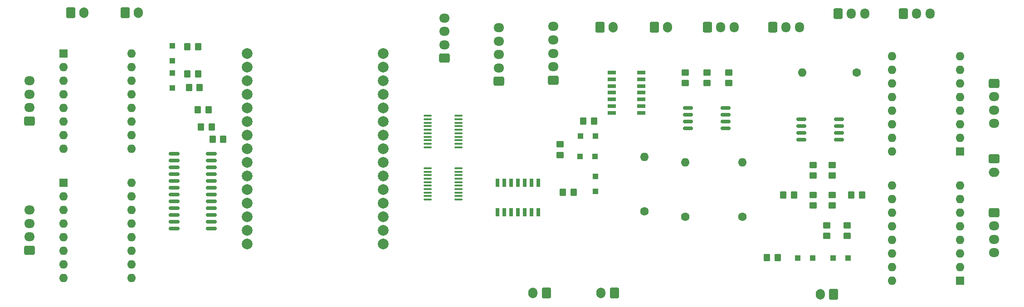
<source format=gbr>
%TF.GenerationSoftware,KiCad,Pcbnew,7.0.10*%
%TF.CreationDate,2024-09-26T22:41:12+03:00*%
%TF.ProjectId,Ver1,56657231-2e6b-4696-9361-645f70636258,rev?*%
%TF.SameCoordinates,Original*%
%TF.FileFunction,Soldermask,Top*%
%TF.FilePolarity,Negative*%
%FSLAX46Y46*%
G04 Gerber Fmt 4.6, Leading zero omitted, Abs format (unit mm)*
G04 Created by KiCad (PCBNEW 7.0.10) date 2024-09-26 22:41:12*
%MOMM*%
%LPD*%
G01*
G04 APERTURE LIST*
G04 Aperture macros list*
%AMRoundRect*
0 Rectangle with rounded corners*
0 $1 Rounding radius*
0 $2 $3 $4 $5 $6 $7 $8 $9 X,Y pos of 4 corners*
0 Add a 4 corners polygon primitive as box body*
4,1,4,$2,$3,$4,$5,$6,$7,$8,$9,$2,$3,0*
0 Add four circle primitives for the rounded corners*
1,1,$1+$1,$2,$3*
1,1,$1+$1,$4,$5*
1,1,$1+$1,$6,$7*
1,1,$1+$1,$8,$9*
0 Add four rect primitives between the rounded corners*
20,1,$1+$1,$2,$3,$4,$5,0*
20,1,$1+$1,$4,$5,$6,$7,0*
20,1,$1+$1,$6,$7,$8,$9,0*
20,1,$1+$1,$8,$9,$2,$3,0*%
G04 Aperture macros list end*
%ADD10RoundRect,0.100000X0.637500X0.100000X-0.637500X0.100000X-0.637500X-0.100000X0.637500X-0.100000X0*%
%ADD11RoundRect,0.150000X0.800000X0.150000X-0.800000X0.150000X-0.800000X-0.150000X0.800000X-0.150000X0*%
%ADD12R,1.597660X0.698500*%
%ADD13RoundRect,0.250000X0.350000X0.450000X-0.350000X0.450000X-0.350000X-0.450000X0.350000X-0.450000X0*%
%ADD14RoundRect,0.250000X-0.300000X-0.300000X0.300000X-0.300000X0.300000X0.300000X-0.300000X0.300000X0*%
%ADD15C,1.600000*%
%ADD16O,1.600000X1.600000*%
%ADD17RoundRect,0.150000X-0.837500X-0.150000X0.837500X-0.150000X0.837500X0.150000X-0.837500X0.150000X0*%
%ADD18RoundRect,0.250000X-0.600000X-0.725000X0.600000X-0.725000X0.600000X0.725000X-0.600000X0.725000X0*%
%ADD19O,1.700000X1.950000*%
%ADD20RoundRect,0.250000X-0.350000X-0.450000X0.350000X-0.450000X0.350000X0.450000X-0.350000X0.450000X0*%
%ADD21RoundRect,0.250000X-0.750000X0.600000X-0.750000X-0.600000X0.750000X-0.600000X0.750000X0.600000X0*%
%ADD22O,2.000000X1.700000*%
%ADD23RoundRect,0.250000X0.725000X-0.600000X0.725000X0.600000X-0.725000X0.600000X-0.725000X-0.600000X0*%
%ADD24O,1.950000X1.700000*%
%ADD25R,0.698500X1.597660*%
%ADD26RoundRect,0.250000X-0.450000X0.350000X-0.450000X-0.350000X0.450000X-0.350000X0.450000X0.350000X0*%
%ADD27R,1.600000X1.600000*%
%ADD28RoundRect,0.250000X0.300000X0.300000X-0.300000X0.300000X-0.300000X-0.300000X0.300000X-0.300000X0*%
%ADD29RoundRect,0.250000X-0.600000X-0.750000X0.600000X-0.750000X0.600000X0.750000X-0.600000X0.750000X0*%
%ADD30O,1.700000X2.000000*%
%ADD31RoundRect,0.250000X0.300000X-0.300000X0.300000X0.300000X-0.300000X0.300000X-0.300000X-0.300000X0*%
%ADD32RoundRect,0.250000X0.600000X0.750000X-0.600000X0.750000X-0.600000X-0.750000X0.600000X-0.750000X0*%
%ADD33RoundRect,0.250000X-0.725000X0.600000X-0.725000X-0.600000X0.725000X-0.600000X0.725000X0.600000X0*%
%ADD34RoundRect,0.250000X0.450000X-0.350000X0.450000X0.350000X-0.450000X0.350000X-0.450000X-0.350000X0*%
%ADD35RoundRect,0.150000X-0.800000X-0.150000X0.800000X-0.150000X0.800000X0.150000X-0.800000X0.150000X0*%
%ADD36C,2.000000*%
%ADD37RoundRect,0.250000X-0.300000X0.300000X-0.300000X-0.300000X0.300000X-0.300000X0.300000X0.300000X0*%
G04 APERTURE END LIST*
D10*
%TO.C,U8*%
X116092900Y-61277000D03*
X116092900Y-60627000D03*
X116092900Y-59977000D03*
X116092900Y-59327000D03*
X116092900Y-58677000D03*
X116092900Y-58027000D03*
X116092900Y-57377000D03*
X116092900Y-56727000D03*
X116092900Y-56077000D03*
X116092900Y-55427000D03*
X110367900Y-55427000D03*
X110367900Y-56077000D03*
X110367900Y-56727000D03*
X110367900Y-57377000D03*
X110367900Y-58027000D03*
X110367900Y-58677000D03*
X110367900Y-59327000D03*
X110367900Y-59977000D03*
X110367900Y-60627000D03*
X110367900Y-61277000D03*
%TD*%
%TO.C,U7*%
X116092900Y-51498000D03*
X116092900Y-50848000D03*
X116092900Y-50198000D03*
X116092900Y-49548000D03*
X116092900Y-48898000D03*
X116092900Y-48248000D03*
X116092900Y-47598000D03*
X116092900Y-46948000D03*
X116092900Y-46298000D03*
X116092900Y-45648000D03*
X110367900Y-45648000D03*
X110367900Y-46298000D03*
X110367900Y-46948000D03*
X110367900Y-47598000D03*
X110367900Y-48248000D03*
X110367900Y-48898000D03*
X110367900Y-49548000D03*
X110367900Y-50198000D03*
X110367900Y-50848000D03*
X110367900Y-51498000D03*
%TD*%
D11*
%TO.C,U1*%
X187106400Y-50097000D03*
X187106400Y-48827000D03*
X187106400Y-47557000D03*
X187106400Y-46287000D03*
X180106400Y-46287000D03*
X180106400Y-47557000D03*
X180106400Y-48827000D03*
X180106400Y-50097000D03*
%TD*%
D12*
%TO.C,U5*%
X144726400Y-37524000D03*
X144726400Y-38794000D03*
X144726400Y-40064000D03*
X144726400Y-41331460D03*
X144726400Y-42598920D03*
X144726400Y-43868920D03*
X144726400Y-45138920D03*
X150222960Y-45138920D03*
X150222960Y-43868920D03*
X150222960Y-42598920D03*
X150222960Y-41331460D03*
X150222960Y-40064000D03*
X150222960Y-38794000D03*
X150222960Y-37524000D03*
%TD*%
D13*
%TO.C,R34*%
X178746400Y-60384000D03*
X176746400Y-60384000D03*
%TD*%
D14*
%TO.C,D2*%
X138754400Y-53214500D03*
X141554400Y-53214500D03*
%TD*%
D15*
%TO.C,R7*%
X158442400Y-64448000D03*
D16*
X158442400Y-54288000D03*
%TD*%
D17*
%TO.C,U6*%
X63040650Y-52739250D03*
X63040650Y-54009250D03*
X63040650Y-55279250D03*
X63040650Y-56549250D03*
X63040650Y-57819250D03*
X63040650Y-59089250D03*
X63040650Y-60359250D03*
X63040650Y-61629250D03*
X63040650Y-62899250D03*
X63040650Y-64169250D03*
X63040650Y-65439250D03*
X63040650Y-66709250D03*
X69965650Y-66709250D03*
X69965650Y-65439250D03*
X69965650Y-64169250D03*
X69965650Y-62899250D03*
X69965650Y-61629250D03*
X69965650Y-60359250D03*
X69965650Y-59089250D03*
X69965650Y-57819250D03*
X69965650Y-56549250D03*
X69965650Y-55279250D03*
X69965650Y-54009250D03*
X69965650Y-52739250D03*
%TD*%
D13*
%TO.C,R2*%
X175698400Y-72068000D03*
X173698400Y-72068000D03*
%TD*%
D15*
%TO.C,R33*%
X190446400Y-37524000D03*
D16*
X180286400Y-37524000D03*
%TD*%
D18*
%TO.C,J20*%
X174738400Y-29096000D03*
D19*
X177238400Y-29096000D03*
X179738400Y-29096000D03*
%TD*%
D20*
%TO.C,R10*%
X67408150Y-44484250D03*
X69408150Y-44484250D03*
%TD*%
%TO.C,R4*%
X65494400Y-32698000D03*
X67494400Y-32698000D03*
%TD*%
D21*
%TO.C,J6*%
X216100400Y-53686000D03*
D22*
X216100400Y-56186000D03*
%TD*%
D23*
%TO.C,J16*%
X133758400Y-38968000D03*
D24*
X133758400Y-36468000D03*
X133758400Y-33968000D03*
X133758400Y-31468000D03*
X133758400Y-28968000D03*
%TD*%
D25*
%TO.C,U4*%
X131005320Y-58155090D03*
X129735320Y-58155090D03*
X128465320Y-58155090D03*
X127197860Y-58155090D03*
X125930400Y-58155090D03*
X124660400Y-58155090D03*
X123390400Y-58155090D03*
X123390400Y-63651650D03*
X124660400Y-63651650D03*
X125930400Y-63651650D03*
X127197860Y-63651650D03*
X128465320Y-63651650D03*
X129735320Y-63651650D03*
X131005320Y-63651650D03*
%TD*%
D26*
%TO.C,R1*%
X184858400Y-66083000D03*
X184858400Y-68083000D03*
%TD*%
D13*
%TO.C,R3*%
X67494400Y-37778000D03*
X65494400Y-37778000D03*
%TD*%
D26*
%TO.C,R32*%
X185874400Y-54812000D03*
X185874400Y-56812000D03*
%TD*%
D27*
%TO.C,A3*%
X42364400Y-33968000D03*
D16*
X42364400Y-36508000D03*
X42364400Y-39048000D03*
X42364400Y-41588000D03*
X42364400Y-44128000D03*
X42364400Y-46668000D03*
X42364400Y-49208000D03*
X42364400Y-51748000D03*
X55064400Y-51748000D03*
X55064400Y-49208000D03*
X55064400Y-46668000D03*
X55064400Y-44128000D03*
X55064400Y-41588000D03*
X55064400Y-39048000D03*
X55064400Y-36508000D03*
X55064400Y-33968000D03*
%TD*%
D28*
%TO.C,D6*%
X141684400Y-49404500D03*
X138884400Y-49404500D03*
%TD*%
D14*
%TO.C,D5*%
X179388400Y-72163000D03*
X182188400Y-72163000D03*
%TD*%
D29*
%TO.C,J23*%
X142460400Y-29096000D03*
D30*
X144960400Y-29096000D03*
%TD*%
D31*
%TO.C,D1*%
X62684400Y-35368000D03*
X62684400Y-32568000D03*
%TD*%
D32*
%TO.C,J11*%
X132494400Y-78672000D03*
D30*
X129994400Y-78672000D03*
%TD*%
D18*
%TO.C,J19*%
X186930400Y-26556000D03*
D19*
X189430400Y-26556000D03*
X191930400Y-26556000D03*
%TD*%
D33*
%TO.C,J3*%
X216100400Y-39556000D03*
D24*
X216100400Y-42056000D03*
X216100400Y-44556000D03*
X216100400Y-47056000D03*
%TD*%
D18*
%TO.C,J21*%
X162546400Y-29096000D03*
D19*
X165046400Y-29096000D03*
X167546400Y-29096000D03*
%TD*%
D26*
%TO.C,R36*%
X182336400Y-54812000D03*
X182336400Y-56812000D03*
%TD*%
D15*
%TO.C,R37*%
X169110400Y-64448000D03*
D16*
X169110400Y-54288000D03*
%TD*%
D27*
%TO.C,A1*%
X42364400Y-58098000D03*
D16*
X42364400Y-60638000D03*
X42364400Y-63178000D03*
X42364400Y-65718000D03*
X42364400Y-68258000D03*
X42364400Y-70798000D03*
X42364400Y-73338000D03*
X42364400Y-75878000D03*
X55064400Y-75878000D03*
X55064400Y-73338000D03*
X55064400Y-70798000D03*
X55064400Y-68258000D03*
X55064400Y-65718000D03*
X55064400Y-63178000D03*
X55064400Y-60638000D03*
X55064400Y-58098000D03*
%TD*%
D23*
%TO.C,J5*%
X36014400Y-70718000D03*
D24*
X36014400Y-68218000D03*
X36014400Y-65718000D03*
X36014400Y-63218000D03*
%TD*%
D29*
%TO.C,J8*%
X43674400Y-26348000D03*
D30*
X46174400Y-26348000D03*
%TD*%
D34*
%TO.C,R35*%
X182318400Y-62400000D03*
X182318400Y-60400000D03*
%TD*%
D13*
%TO.C,R11*%
X72184650Y-50039000D03*
X70184650Y-50039000D03*
%TD*%
D29*
%TO.C,J22*%
X152620400Y-29096000D03*
D30*
X155120400Y-29096000D03*
%TD*%
D31*
%TO.C,D3*%
X62684400Y-40448000D03*
X62684400Y-37648000D03*
%TD*%
D34*
%TO.C,R31*%
X185874400Y-62400000D03*
X185874400Y-60400000D03*
%TD*%
D18*
%TO.C,J18*%
X199122400Y-26556000D03*
D19*
X201622400Y-26556000D03*
X204122400Y-26556000D03*
%TD*%
D23*
%TO.C,J17*%
X123644400Y-39182000D03*
D24*
X123644400Y-36682000D03*
X123644400Y-34182000D03*
X123644400Y-31682000D03*
X123644400Y-29182000D03*
%TD*%
D29*
%TO.C,J9*%
X53834400Y-26348000D03*
D30*
X56334400Y-26348000D03*
%TD*%
D20*
%TO.C,R30*%
X189446400Y-60384000D03*
X191446400Y-60384000D03*
%TD*%
D34*
%TO.C,R38*%
X166570400Y-39524000D03*
X166570400Y-37524000D03*
%TD*%
D23*
%TO.C,J7*%
X36014400Y-46588000D03*
D24*
X36014400Y-44088000D03*
X36014400Y-41588000D03*
X36014400Y-39088000D03*
%TD*%
D35*
%TO.C,U3*%
X158950400Y-44128000D03*
X158950400Y-45398000D03*
X158950400Y-46668000D03*
X158950400Y-47938000D03*
X165950400Y-47938000D03*
X165950400Y-46668000D03*
X165950400Y-45398000D03*
X165950400Y-44128000D03*
%TD*%
D36*
%TO.C,J1*%
X102054400Y-33968000D03*
X102054400Y-36508000D03*
X102054400Y-39048000D03*
X102054400Y-41588000D03*
X102054400Y-44128000D03*
X102054400Y-46668000D03*
X102054400Y-49208000D03*
X102054400Y-51748000D03*
X102054400Y-54288000D03*
X102054400Y-56828000D03*
X102054400Y-59368000D03*
X102054400Y-61908000D03*
X102054400Y-64448000D03*
X102054400Y-66988000D03*
X102054400Y-69528000D03*
X76654400Y-33968000D03*
X76654400Y-36508000D03*
X76654400Y-39048000D03*
X76654400Y-41588000D03*
X76654400Y-44128000D03*
X76654400Y-46668000D03*
X76654400Y-49208000D03*
X76654400Y-51748000D03*
X76654400Y-54288000D03*
X76654400Y-56828000D03*
X76654400Y-59368000D03*
X76654400Y-61908000D03*
X76654400Y-64448000D03*
X76654400Y-66988000D03*
X76654400Y-69528000D03*
%TD*%
D20*
%TO.C,R42*%
X135598400Y-59876000D03*
X137598400Y-59876000D03*
%TD*%
%TO.C,R12*%
X68034400Y-47684000D03*
X70034400Y-47684000D03*
%TD*%
D33*
%TO.C,J2*%
X216100400Y-63686000D03*
D24*
X216100400Y-66186000D03*
X216100400Y-68686000D03*
X216100400Y-71186000D03*
%TD*%
D15*
%TO.C,R41*%
X150822400Y-63432000D03*
D16*
X150822400Y-53272000D03*
%TD*%
D32*
%TO.C,J12*%
X145194400Y-78712000D03*
D30*
X142694400Y-78712000D03*
%TD*%
D34*
%TO.C,R6*%
X188668400Y-68083000D03*
X188668400Y-66083000D03*
%TD*%
D13*
%TO.C,R43*%
X141408400Y-46604500D03*
X139408400Y-46604500D03*
%TD*%
D26*
%TO.C,R40*%
X162506400Y-37524000D03*
X162506400Y-39524000D03*
%TD*%
%TO.C,R39*%
X158442400Y-37524000D03*
X158442400Y-39524000D03*
%TD*%
D34*
%TO.C,R44*%
X135074400Y-52944500D03*
X135074400Y-50944500D03*
%TD*%
D32*
%TO.C,J4*%
X186108400Y-78972000D03*
D30*
X183608400Y-78972000D03*
%TD*%
D20*
%TO.C,R5*%
X65764400Y-40318000D03*
X67764400Y-40318000D03*
%TD*%
D23*
%TO.C,J10*%
X113438400Y-34864000D03*
D24*
X113438400Y-32364000D03*
X113438400Y-29864000D03*
X113438400Y-27364000D03*
%TD*%
D37*
%TO.C,D4*%
X141678400Y-56952000D03*
X141678400Y-59752000D03*
%TD*%
D14*
%TO.C,D7*%
X185998400Y-72163000D03*
X188798400Y-72163000D03*
%TD*%
D27*
%TO.C,A4*%
X209750400Y-52256000D03*
D16*
X209750400Y-49716000D03*
X209750400Y-47176000D03*
X209750400Y-44636000D03*
X209750400Y-42096000D03*
X209750400Y-39556000D03*
X209750400Y-37016000D03*
X209750400Y-34476000D03*
X197050400Y-34476000D03*
X197050400Y-37016000D03*
X197050400Y-39556000D03*
X197050400Y-42096000D03*
X197050400Y-44636000D03*
X197050400Y-47176000D03*
X197050400Y-49716000D03*
X197050400Y-52256000D03*
%TD*%
D27*
%TO.C,A2*%
X209750400Y-76386000D03*
D16*
X209750400Y-73846000D03*
X209750400Y-71306000D03*
X209750400Y-68766000D03*
X209750400Y-66226000D03*
X209750400Y-63686000D03*
X209750400Y-61146000D03*
X209750400Y-58606000D03*
X197050400Y-58606000D03*
X197050400Y-61146000D03*
X197050400Y-63686000D03*
X197050400Y-66226000D03*
X197050400Y-68766000D03*
X197050400Y-71306000D03*
X197050400Y-73846000D03*
X197050400Y-76386000D03*
%TD*%
M02*

</source>
